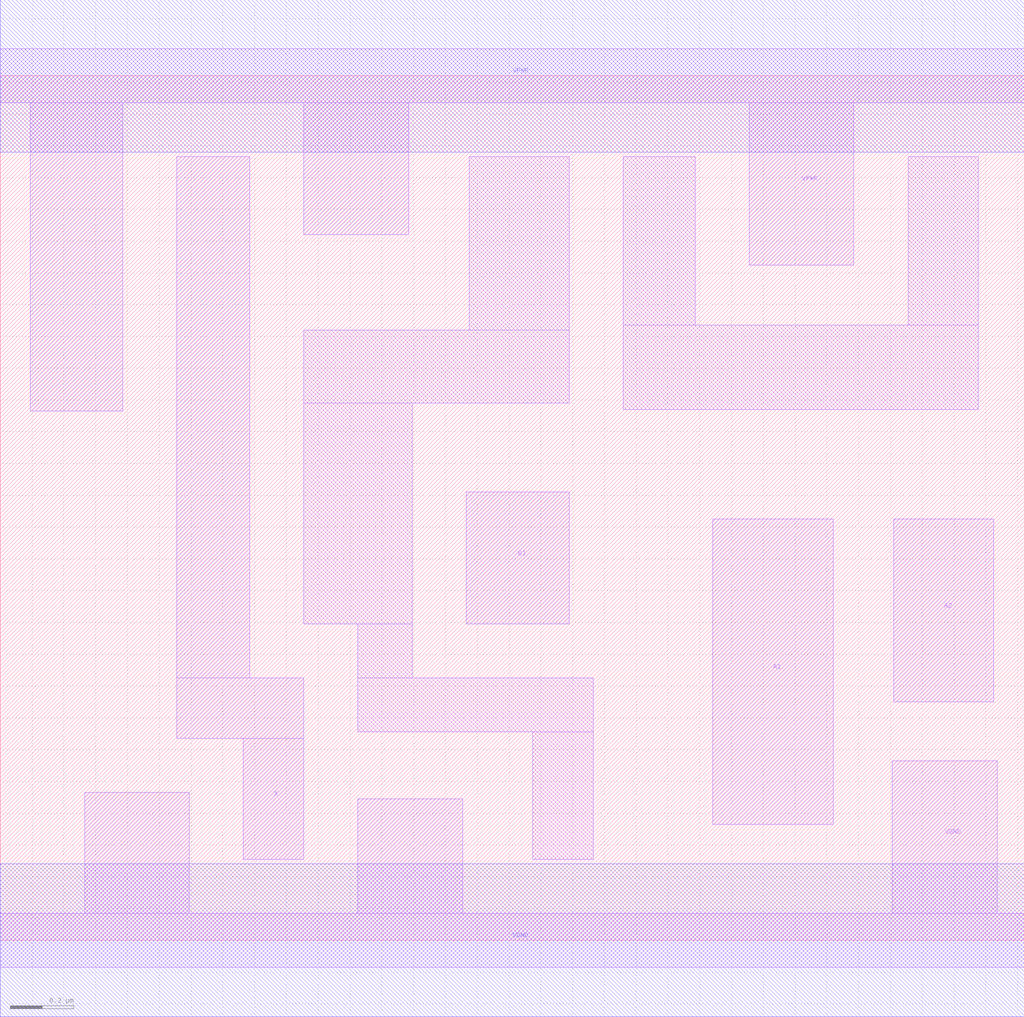
<source format=lef>
# Copyright 2020 The SkyWater PDK Authors
#
# Licensed under the Apache License, Version 2.0 (the "License");
# you may not use this file except in compliance with the License.
# You may obtain a copy of the License at
#
#     https://www.apache.org/licenses/LICENSE-2.0
#
# Unless required by applicable law or agreed to in writing, software
# distributed under the License is distributed on an "AS IS" BASIS,
# WITHOUT WARRANTIES OR CONDITIONS OF ANY KIND, either express or implied.
# See the License for the specific language governing permissions and
# limitations under the License.
#
# SPDX-License-Identifier: Apache-2.0

VERSION 5.5 ;
NAMESCASESENSITIVE ON ;
BUSBITCHARS "[]" ;
DIVIDERCHAR "/" ;
MACRO sky130_fd_sc_hd__a21o_2
  CLASS CORE ;
  SOURCE USER ;
  ORIGIN  0.000000  0.000000 ;
  SIZE  3.220000 BY  2.720000 ;
  SYMMETRY X Y R90 ;
  SITE unithd ;
  PIN A1
    ANTENNAGATEAREA  0.247500 ;
    DIRECTION INPUT ;
    USE SIGNAL ;
    PORT
      LAYER li1 ;
        RECT 2.240000 0.365000 2.620000 1.325000 ;
    END
  END A1
  PIN A2
    ANTENNAGATEAREA  0.247500 ;
    DIRECTION INPUT ;
    USE SIGNAL ;
    PORT
      LAYER li1 ;
        RECT 2.810000 0.750000 3.125000 1.325000 ;
    END
  END A2
  PIN B1
    ANTENNAGATEAREA  0.247500 ;
    DIRECTION INPUT ;
    USE SIGNAL ;
    PORT
      LAYER li1 ;
        RECT 1.465000 0.995000 1.790000 1.410000 ;
    END
  END B1
  PIN X
    ANTENNADIFFAREA  0.462000 ;
    DIRECTION OUTPUT ;
    USE SIGNAL ;
    PORT
      LAYER li1 ;
        RECT 0.555000 0.635000 0.955000 0.825000 ;
        RECT 0.555000 0.825000 0.785000 2.465000 ;
        RECT 0.765000 0.255000 0.955000 0.635000 ;
    END
  END X
  PIN VGND
    DIRECTION INOUT ;
    SHAPE ABUTMENT ;
    USE GROUND ;
    PORT
      LAYER li1 ;
        RECT 0.000000 -0.085000 3.220000 0.085000 ;
        RECT 0.265000  0.085000 0.595000 0.465000 ;
        RECT 1.125000  0.085000 1.455000 0.445000 ;
        RECT 2.805000  0.085000 3.135000 0.565000 ;
    END
    PORT
      LAYER met1 ;
        RECT 0.000000 -0.240000 3.220000 0.240000 ;
    END
  END VGND
  PIN VNB
    DIRECTION INOUT ;
    USE GROUND ;
    PORT
    END
  END VNB
  PIN VPB
    DIRECTION INOUT ;
    USE POWER ;
    PORT
    END
  END VPB
  PIN VPWR
    DIRECTION INOUT ;
    SHAPE ABUTMENT ;
    USE POWER ;
    PORT
      LAYER li1 ;
        RECT 0.000000 2.635000 3.220000 2.805000 ;
        RECT 0.095000 1.665000 0.385000 2.635000 ;
        RECT 0.955000 2.220000 1.285000 2.635000 ;
        RECT 2.355000 2.125000 2.685000 2.635000 ;
    END
    PORT
      LAYER met1 ;
        RECT 0.000000 2.480000 3.220000 2.960000 ;
    END
  END VPWR
  OBS
    LAYER li1 ;
      RECT 0.955000 0.995000 1.295000 1.690000 ;
      RECT 0.955000 1.690000 1.790000 1.920000 ;
      RECT 1.125000 0.655000 1.865000 0.825000 ;
      RECT 1.125000 0.825000 1.295000 0.995000 ;
      RECT 1.475000 1.920000 1.790000 2.465000 ;
      RECT 1.675000 0.255000 1.865000 0.655000 ;
      RECT 1.960000 1.670000 3.075000 1.935000 ;
      RECT 1.960000 1.935000 2.185000 2.465000 ;
      RECT 2.855000 1.935000 3.075000 2.465000 ;
  END
END sky130_fd_sc_hd__a21o_2
END LIBRARY

</source>
